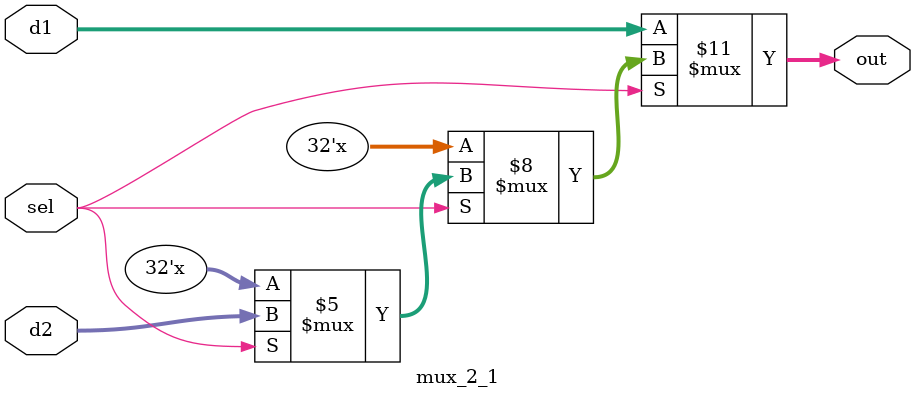
<source format=v>
`timescale 1ns / 1ps


module mux_2_1(d1, d2, sel, out);
input [31:0] d1;
input [31:0] d2;
input sel;
output reg [31:0] out;

always@(d1, d2, sel)
begin
    if (sel == 1'b0)
        out = d1;
    else if (sel == 1'b1)
        out = d2;
end

endmodule
</source>
